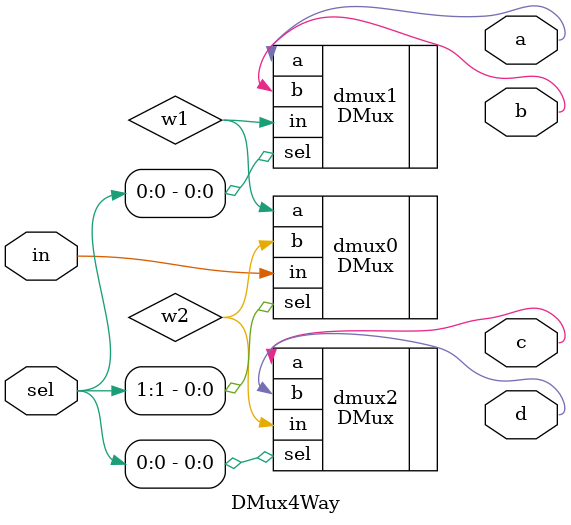
<source format=v>
/**
 * 4-way demultiplexor:
 * {a, b, c, d} = {in, 0, 0, 0} if sel == 00
 *                {0, in, 0, 0} if sel == 01
 *                {0, 0, in, 0} if sel == 10
 *                {0, 0, 0, in} if sel == 11
 */

`default_nettype none
module DMux4Way(
	input in,
	input [1:0] sel,
    output a,
	output b,
	output c,
	output d
);
	wire w1;
	wire w2;

	DMux dmux0(.in(in), .sel(sel[1]), .a(w1), .b(w2));
	DMux dmux1(.in(w1), .sel(sel[0]), .a(a), .b(b));
	DMux dmux2(.in(w2), .sel(sel[0]), .a(c), .b(d));

endmodule

</source>
